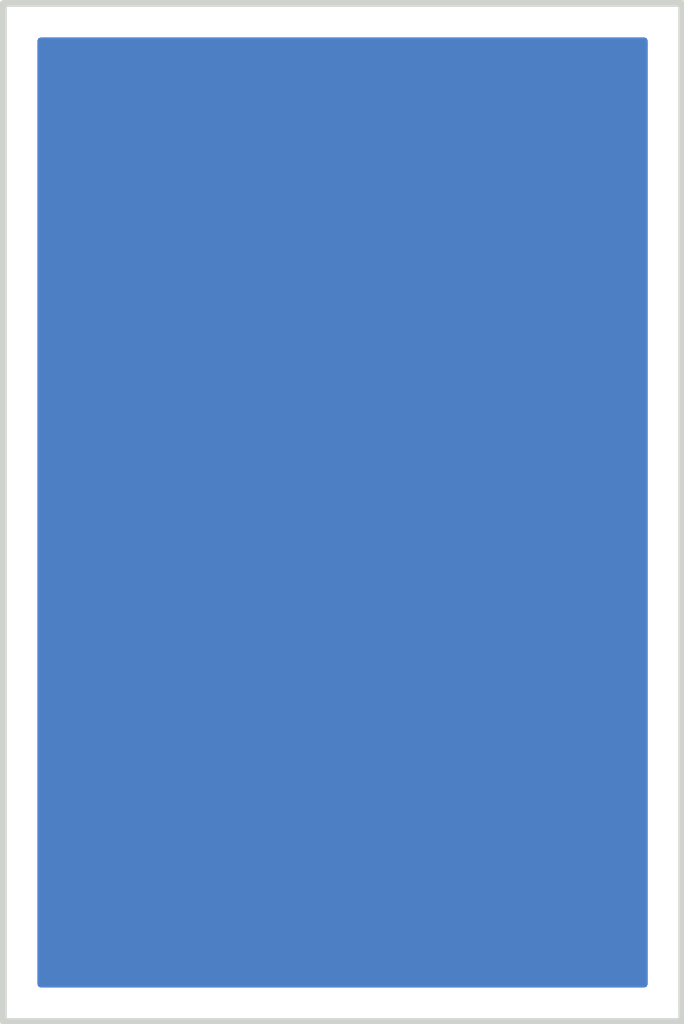
<source format=kicad_pcb>
(kicad_pcb (version 20221018) (generator pcbnew)

  (general
    (thickness 1.6)
  )

  (paper "A4")
  (layers
    (0 "F.Cu" signal)
    (31 "B.Cu" signal)
    (32 "B.Adhes" user "B.Adhesive")
    (33 "F.Adhes" user "F.Adhesive")
    (34 "B.Paste" user)
    (35 "F.Paste" user)
    (36 "B.SilkS" user "B.Silkscreen")
    (37 "F.SilkS" user "F.Silkscreen")
    (38 "B.Mask" user)
    (39 "F.Mask" user)
    (40 "Dwgs.User" user "User.Drawings")
    (41 "Cmts.User" user "User.Comments")
    (42 "Eco1.User" user "User.Eco1")
    (43 "Eco2.User" user "User.Eco2")
    (44 "Edge.Cuts" user)
    (45 "Margin" user)
    (46 "B.CrtYd" user "B.Courtyard")
    (47 "F.CrtYd" user "F.Courtyard")
    (48 "B.Fab" user)
    (49 "F.Fab" user)
    (50 "User.1" user)
    (51 "User.2" user)
    (52 "User.3" user)
    (53 "User.4" user)
    (54 "User.5" user)
    (55 "User.6" user)
    (56 "User.7" user)
    (57 "User.8" user)
    (58 "User.9" user)
  )

  (setup
    (pad_to_mask_clearance 0)
    (aux_axis_origin 140 110)
    (grid_origin 140 110)
    (pcbplotparams
      (layerselection 0x0001000_7fffffff)
      (plot_on_all_layers_selection 0x0000000_00000000)
      (disableapertmacros false)
      (usegerberextensions false)
      (usegerberattributes false)
      (usegerberadvancedattributes false)
      (creategerberjobfile false)
      (dashed_line_dash_ratio 12.000000)
      (dashed_line_gap_ratio 3.000000)
      (svgprecision 6)
      (plotframeref false)
      (viasonmask false)
      (mode 1)
      (useauxorigin false)
      (hpglpennumber 1)
      (hpglpenspeed 20)
      (hpglpendiameter 15.000000)
      (dxfpolygonmode true)
      (dxfimperialunits true)
      (dxfusepcbnewfont true)
      (psnegative false)
      (psa4output false)
      (plotreference false)
      (plotvalue false)
      (plotinvisibletext false)
      (sketchpadsonfab false)
      (subtractmaskfromsilk false)
      (outputformat 1)
      (mirror false)
      (drillshape 0)
      (scaleselection 1)
      (outputdirectory "")
    )
  )

  (net 0 "")

  (gr_rect (start 140 95) (end 150 110)
    (stroke (width 0.1) (type solid)) (fill none) (layer "Edge.Cuts") (tstamp 1c936e7d-5d5d-416f-ac67-e766faf97c0f))

  (segment (start 145 98.171573) (end 145 96) (width 0.4) (layer "F.Cu") (net 0) (tstamp ab92ddec-5397-42cc-8048-207f5d4e0b15))
  (segment (start 145.585787 106.414213) (end 146.414214 105.585786) (width 0.4) (layer "F.Cu") (net 0) (tstamp b3e4922c-ba15-4eaa-8b90-e58927de3836))
  (segment (start 145 109) (end 145 107.828427) (width 0.4) (layer "F.Cu") (net 0) (tstamp b5490f67-e431-44ea-8449-ad90fdcf4268))
  (segment (start 147 104.171573) (end 147 101.828427) (width 0.4) (layer "F.Cu") (net 0) (tstamp d1da5b88-c221-45bc-ba5a-5bcca4cfc9bd))
  (segment (start 146.414213 100.414213) (end 145.585786 99.585786) (width 0.4) (layer "F.Cu") (net 0) (tstamp dc4ef516-f3e2-4f7c-8208-a421b3d6aecc))
  (arc (start 145.585787 106.414213) (mid 145.152241 107.06306) (end 145 107.828427) (width 0.4) (layer "F.Cu") (net 0) (tstamp 240ec9bc-bf27-4f63-af2d-7113f286e209))
  (arc (start 147 101.828427) (mid 146.847759 101.06306) (end 146.414213 100.414213) (width 0.4) (layer "F.Cu") (net 0) (tstamp 34c70ad7-4ee2-4b0c-9984-64a68431d5f5))
  (arc (start 146.414214 105.585786) (mid 146.847759 104.93694) (end 147 104.171573) (width 0.4) (layer "F.Cu") (net 0) (tstamp c6b99222-b5e4-4244-b85d-0a6111cb38b8))
  (arc (start 145 98.171573) (mid 145.152241 98.93694) (end 145.585786 99.585786) (width 0.4) (layer "F.Cu") (net 0) (tstamp edd41a38-e71c-4a32-a74e-d659705efc03))

  (zone (net 0) (net_name "") (layer "B.Cu") (tstamp 803849ae-50c5-4d19-aef0-52acf8ebb3a3) (hatch edge 0.508)
    (connect_pads (clearance 0.1))
    (min_thickness 0.1) (filled_areas_thickness no)
    (fill yes (thermal_gap 0.508) (thermal_bridge_width 0.508))
    (polygon
      (pts
        (xy 150 110)
        (xy 140 110)
        (xy 140 95)
        (xy 150 95)
      )
    )
    (filled_polygon
      (layer "B.Cu")
      (island)
      (pts
        (xy 149.485148 95.514852)
        (xy 149.4995 95.5495)
        (xy 149.4995 109.4505)
        (xy 149.485148 109.485148)
        (xy 149.4505 109.4995)
        (xy 140.5495 109.4995)
        (xy 140.514852 109.485148)
        (xy 140.5005 109.4505)
        (xy 140.5005 95.5495)
        (xy 140.514852 95.514852)
        (xy 140.5495 95.5005)
        (xy 149.4505 95.5005)
      )
    )
  )
)

</source>
